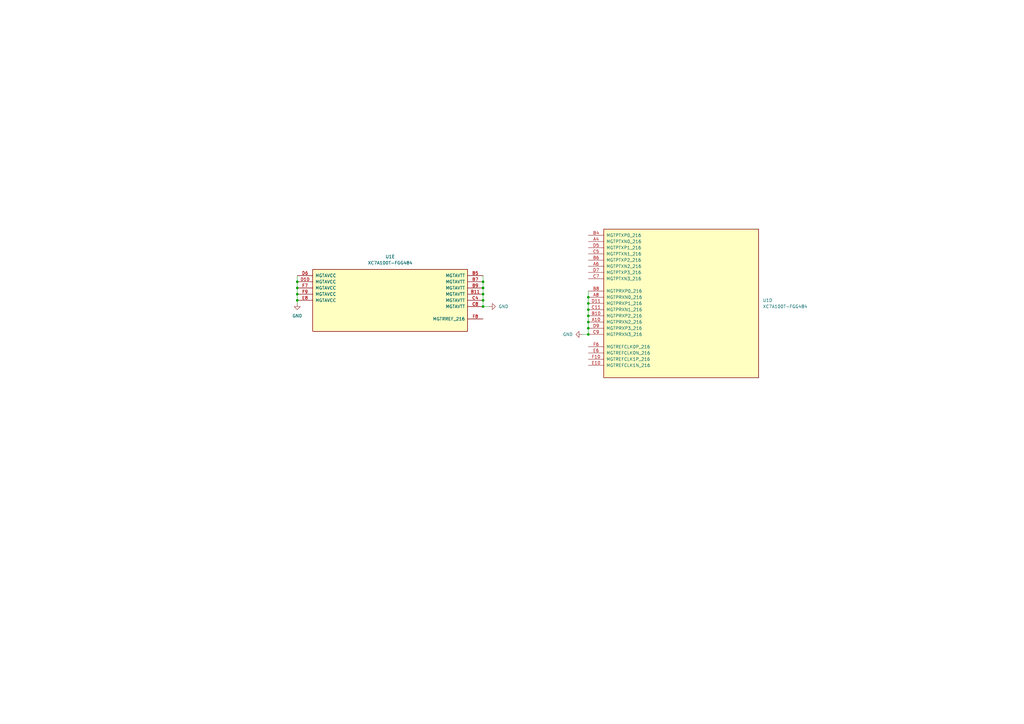
<source format=kicad_sch>
(kicad_sch (version 20231120) (generator "eeschema") (generator_version "8.0")
  (paper "A3")
  (lib_symbols
    (symbol "FPGA_Xilinx_Artix7:XC7A100T-FGG484" (pin_names (offset 1.016))
      (property "Reference" "U" (at 0 1.27 0))
      (property "Value" "XC7A100T-FGG484" (at 0 -1.27 0))
      (symbol "XC7A100T-FGG484_1_1"
        (rectangle (start -44.45 67.31) (end 44.45 -73.66) (stroke (width 0.254)) (fill (type background)))
        (pin bidirectional line (at -50.8 10.16 0) (length 6.35) (name "IO_L9P_T1_DQS_13") (number "AA10"))
        (pin bidirectional line (at -50.8 7.62 0) (length 6.35) (name "IO_L9N_T1_DQS_13") (number "AA11"))
        (pin bidirectional line (at -50.8 40.64 0) (length 6.35) (name "IO_L3P_T0_DQS_13") (number "AA13"))
        (pin bidirectional line (at -50.8 27.94 0) (length 6.35) (name "IO_L5N_T0_13") (number "AA14"))
        (pin bidirectional line (at -50.8 35.56 0) (length 6.35) (name "IO_L4P_T0_13") (number "AA15"))
        (pin bidirectional line (at -50.8 48.26 0) (length 6.35) (name "IO_L1N_T0_13") (number "AA16"))
        (pin power_in line (at -40.64 73.66 270) (length 6.35) (name "VCCO_13") (number "AA17"))
        (pin bidirectional line (at 50.8 -30.48 180) (length 6.35) (name "IO_L17P_T2_A14_D30_14") (number "AA18"))
        (pin bidirectional line (at 50.8 -20.32 180) (length 6.35) (name "IO_L15P_T2_DQS_RDWR_B_14") (number "AA19"))
        (pin bidirectional line (at 50.8 15.24 180) (length 6.35) (name "IO_L8P_T1_D11_14") (number "AA20"))
        (pin bidirectional line (at 50.8 12.7 180) (length 6.35) (name "IO_L8N_T1_D12_14") (number "AA21"))
        (pin bidirectional line (at -50.8 15.24 0) (length 6.35) (name "IO_L8P_T1_13") (number "AA9"))
        (pin bidirectional line (at -50.8 12.7 0) (length 6.35) (name "IO_L8N_T1_13") (number "AB10"))
        (pin bidirectional line (at -50.8 20.32 0) (length 6.35) (name "IO_L7P_T1_13") (number "AB11"))
        (pin bidirectional line (at -50.8 17.78 0) (length 6.35) (name "IO_L7N_T1_13") (number "AB12"))
        (pin bidirectional line (at -50.8 38.1 0) (length 6.35) (name "IO_L3N_T0_DQS_13") (number "AB13"))
        (pin power_in line (at -38.1 73.66 270) (length 6.35) (name "VCCO_13") (number "AB14"))
        (pin bidirectional line (at -50.8 33.02 0) (length 6.35) (name "IO_L4N_T0_13") (number "AB15"))
        (pin bidirectional line (at -50.8 45.72 0) (length 6.35) (name "IO_L2P_T0_13") (number "AB16"))
        (pin bidirectional line (at -50.8 43.18 0) (length 6.35) (name "IO_L2N_T0_13") (number "AB17"))
        (pin bidirectional line (at 50.8 -33.02 180) (length 6.35) (name "IO_L17N_T2_A13_D29_14") (number "AB18"))
        (pin bidirectional line (at 50.8 -22.86 180) (length 6.35) (name "IO_L15N_T2_DQS_DOUT_CSO_B_14") (number "AB20"))
        (pin bidirectional line (at 50.8 5.08 180) (length 6.35) (name "IO_L10P_T1_D14_14") (number "AB21"))
        (pin bidirectional line (at 50.8 2.54 180) (length 6.35) (name "IO_L10N_T1_D15_14") (number "AB22"))
        (pin power_in line (at 27.94 73.66 270) (length 6.35) (name "VCCO_14") (number "M14"))
        (pin bidirectional line (at 50.8 -60.96 180) (length 6.35) (name "IO_L23P_T3_A03_D19_14") (number "N13"))
        (pin bidirectional line (at 50.8 -63.5 180) (length 6.35) (name "IO_L23N_T3_A02_D18_14") (number "N14"))
        (pin bidirectional line (at 50.8 -71.12 180) (length 6.35) (name "IO_25_14") (number "N15"))
        (pin bidirectional line (at 50.8 -50.8 180) (length 6.35) (name "IO_L21P_T3_DQS_14") (number "N17"))
        (pin bidirectional line (at 50.8 -40.64 180) (length 6.35) (name "IO_L19P_T3_A10_D26_14") (number "P14"))
        (pin bidirectional line (at 50.8 -55.88 180) (length 6.35) (name "IO_L22P_T3_A05_D21_14") (number "P15"))
        (pin bidirectional line (at 50.8 -66.04 180) (length 6.35) (name "IO_L24P_T3_A01_D17_14") (number "P16"))
        (pin bidirectional line (at 50.8 -53.34 180) (length 6.35) (name "IO_L21N_T3_DQS_A06_D22_14") (number "P17"))
        (pin power_in line (at 30.48 73.66 270) (length 6.35) (name "VCCO_14") (number "P18"))
        (pin bidirectional line (at 50.8 30.48 180) (length 6.35) (name "IO_L5P_T0_D06_14") (number "P19"))
        (pin bidirectional line (at 50.8 53.34 180) (length 6.35) (name "IO_0_14") (number "P20"))
        (pin bidirectional line (at 50.8 45.72 180) (length 6.35) (name "IO_L2P_T0_D02_14") (number "P21"))
        (pin bidirectional line (at 50.8 50.8 180) (length 6.35) (name "IO_L1P_T0_D00_MOSI_14") (number "P22"))
        (pin bidirectional line (at 50.8 -43.18 180) (length 6.35) (name "IO_L19N_T3_A09_D25_VREF_14") (number "R14"))
        (pin power_in line (at 33.02 73.66 270) (length 6.35) (name "VCCO_14") (number "R15"))
        (pin bidirectional line (at 50.8 -58.42 180) (length 6.35) (name "IO_L22N_T3_A04_D20_14") (number "R16"))
        (pin bidirectional line (at 50.8 -68.58 180) (length 6.35) (name "IO_L24N_T3_A00_D16_14") (number "R17"))
        (pin bidirectional line (at 50.8 -45.72 180) (length 6.35) (name "IO_L20P_T3_A08_D24_14") (number "R18"))
        (pin bidirectional line (at 50.8 27.94 180) (length 6.35) (name "IO_L5N_T0_D07_14") (number "R19"))
        (pin bidirectional line (at 50.8 43.18 180) (length 6.35) (name "IO_L2N_T0_D03_14") (number "R21"))
        (pin bidirectional line (at 50.8 48.26 180) (length 6.35) (name "IO_L1N_T0_D01_DIN_14") (number "R22"))
        (pin bidirectional line (at -50.8 -20.32 0) (length 6.35) (name "IO_L15P_T2_DQS_13") (number "T14"))
        (pin bidirectional line (at -50.8 -22.86 0) (length 6.35) (name "IO_L15N_T2_DQS_13") (number "T15"))
        (pin bidirectional line (at -50.8 -30.48 0) (length 6.35) (name "IO_L17P_T2_13") (number "T16"))
        (pin bidirectional line (at 50.8 -48.26 180) (length 6.35) (name "IO_L20N_T3_A07_D23_14") (number "T18"))
        (pin bidirectional line (at 50.8 25.4 180) (length 6.35) (name "IO_L6P_T0_FCS_B_14") (number "T19"))
        (pin bidirectional line (at 50.8 22.86 180) (length 6.35) (name "IO_L6N_T0_D08_VREF_14") (number "T20"))
        (pin bidirectional line (at 50.8 35.56 180) (length 6.35) (name "IO_L4P_T0_D04_14") (number "T21"))
        (pin power_in line (at 35.56 73.66 270) (length 6.35) (name "VCCO_14") (number "T22"))
        (pin bidirectional line (at -50.8 -15.24 0) (length 6.35) (name "IO_L14P_T2_SRCC_13") (number "U15"))
        (pin bidirectional line (at -50.8 -33.02 0) (length 6.35) (name "IO_L17N_T2_13") (number "U16"))
        (pin bidirectional line (at 50.8 -35.56 180) (length 6.35) (name "IO_L18P_T2_A12_D28_14") (number "U17"))
        (pin bidirectional line (at 50.8 -38.1 180) (length 6.35) (name "IO_L18N_T2_A11_D27_14") (number "U18"))
        (pin power_in line (at 38.1 73.66 270) (length 6.35) (name "VCCO_14") (number "U19"))
        (pin bidirectional line (at 50.8 0 180) (length 6.35) (name "IO_L11P_T1_SRCC_14") (number "U20"))
        (pin bidirectional line (at 50.8 33.02 180) (length 6.35) (name "IO_L4N_T0_D05_14") (number "U21"))
        (pin bidirectional line (at 50.8 40.64 180) (length 6.35) (name "IO_L3P_T0_DQS_PUDC_B_14") (number "U22"))
        (pin bidirectional line (at -50.8 5.08 0) (length 6.35) (name "IO_L10P_T1_13") (number "V10"))
        (pin bidirectional line (at -50.8 -10.16 0) (length 6.35) (name "IO_L13P_T2_MRCC_13") (number "V13"))
        (pin bidirectional line (at -50.8 -12.7 0) (length 6.35) (name "IO_L13N_T2_MRCC_13") (number "V14"))
        (pin bidirectional line (at -50.8 -17.78 0) (length 6.35) (name "IO_L14N_T2_SRCC_13") (number "V15"))
        (pin power_in line (at -35.56 73.66 270) (length 6.35) (name "VCCO_13") (number "V16"))
        (pin bidirectional line (at 50.8 -25.4 180) (length 6.35) (name "IO_L16P_T2_CSI_B_14") (number "V17"))
        (pin bidirectional line (at 50.8 -15.24 180) (length 6.35) (name "IO_L14P_T2_SRCC_14") (number "V18"))
        (pin bidirectional line (at 50.8 -17.78 180) (length 6.35) (name "IO_L14N_T2_SRCC_14") (number "V19"))
        (pin bidirectional line (at 50.8 -2.54 180) (length 6.35) (name "IO_L11N_T1_SRCC_14") (number "V20"))
        (pin bidirectional line (at 50.8 38.1 180) (length 6.35) (name "IO_L3N_T0_DQS_EMCCLK_14") (number "V22"))
        (pin bidirectional line (at -50.8 2.54 0) (length 6.35) (name "IO_L10N_T1_13") (number "W10"))
        (pin bidirectional line (at -50.8 -5.08 0) (length 6.35) (name "IO_L12P_T1_MRCC_13") (number "W11"))
        (pin bidirectional line (at -50.8 -7.62 0) (length 6.35) (name "IO_L12N_T1_MRCC_13") (number "W12"))
        (pin power_in line (at -33.02 73.66 270) (length 6.35) (name "VCCO_13") (number "W13"))
        (pin bidirectional line (at -50.8 25.4 0) (length 6.35) (name "IO_L6P_T0_13") (number "W14"))
        (pin bidirectional line (at -50.8 -25.4 0) (length 6.35) (name "IO_L16P_T2_13") (number "W15"))
        (pin bidirectional line (at -50.8 -27.94 0) (length 6.35) (name "IO_L16N_T2_13") (number "W16"))
        (pin bidirectional line (at 50.8 -27.94 180) (length 6.35) (name "IO_L16N_T2_A15_D31_14") (number "W17"))
        (pin bidirectional line (at 50.8 -5.08 180) (length 6.35) (name "IO_L12P_T1_MRCC_14") (number "W19"))
        (pin bidirectional line (at 50.8 -7.62 180) (length 6.35) (name "IO_L12N_T1_MRCC_14") (number "W20"))
        (pin bidirectional line (at 50.8 20.32 180) (length 6.35) (name "IO_L7P_T1_D09_14") (number "W21"))
        (pin bidirectional line (at 50.8 17.78 180) (length 6.35) (name "IO_L7N_T1_D10_14") (number "W22"))
        (pin power_in line (at -30.48 73.66 270) (length 6.35) (name "VCCO_13") (number "Y10"))
        (pin bidirectional line (at -50.8 0 0) (length 6.35) (name "IO_L11P_T1_SRCC_13") (number "Y11"))
        (pin bidirectional line (at -50.8 -2.54 0) (length 6.35) (name "IO_L11N_T1_SRCC_13") (number "Y12"))
        (pin bidirectional line (at -50.8 30.48 0) (length 6.35) (name "IO_L5P_T0_13") (number "Y13"))
        (pin bidirectional line (at -50.8 22.86 0) (length 6.35) (name "IO_L6N_T0_VREF_13") (number "Y14"))
        (pin bidirectional line (at -50.8 50.8 0) (length 6.35) (name "IO_L1P_T0_13") (number "Y16"))
        (pin bidirectional line (at -50.8 53.34 0) (length 6.35) (name "IO_0_13") (number "Y17"))
        (pin bidirectional line (at 50.8 -10.16 180) (length 6.35) (name "IO_L13P_T2_MRCC_14") (number "Y18"))
        (pin bidirectional line (at 50.8 -12.7 180) (length 6.35) (name "IO_L13N_T2_MRCC_14") (number "Y19"))
        (pin power_in line (at 40.64 73.66 270) (length 6.35) (name "VCCO_14") (number "Y20"))
        (pin bidirectional line (at 50.8 10.16 180) (length 6.35) (name "IO_L9P_T1_DQS_14") (number "Y21"))
        (pin bidirectional line (at 50.8 7.62 180) (length 6.35) (name "IO_L9N_T1_DQS_D13_14") (number "Y22"))
      )
      (symbol "XC7A100T-FGG484_2_1"
        (rectangle (start -44.45 67.31) (end 44.45 -73.66) (stroke (width 0.254)) (fill (type background)))
        (pin bidirectional line (at 50.8 5.08 180) (length 6.35) (name "IO_L10P_T1_16") (number "A13"))
        (pin bidirectional line (at 50.8 2.54 180) (length 6.35) (name "IO_L10N_T1_16") (number "A14"))
        (pin bidirectional line (at 50.8 10.16 180) (length 6.35) (name "IO_L9P_T1_DQS_16") (number "A15"))
        (pin bidirectional line (at 50.8 7.62 180) (length 6.35) (name "IO_L9N_T1_DQS_16") (number "A16"))
        (pin power_in line (at 27.94 73.66 270) (length 6.35) (name "VCCO_16") (number "A17"))
        (pin bidirectional line (at 50.8 -30.48 180) (length 6.35) (name "IO_L17P_T2_16") (number "A18"))
        (pin bidirectional line (at 50.8 -33.02 180) (length 6.35) (name "IO_L17N_T2_16") (number "A19"))
        (pin bidirectional line (at 50.8 -27.94 180) (length 6.35) (name "IO_L16N_T2_16") (number "A20"))
        (pin bidirectional line (at 50.8 -53.34 180) (length 6.35) (name "IO_L21N_T3_DQS_16") (number "A21"))
        (pin bidirectional line (at 50.8 12.7 180) (length 6.35) (name "IO_L8N_T1_16") (number "B13"))
        (pin power_in line (at 30.48 73.66 270) (length 6.35) (name "VCCO_16") (number "B14"))
        (pin bidirectional line (at 50.8 20.32 180) (length 6.35) (name "IO_L7P_T1_16") (number "B15"))
        (pin bidirectional line (at 50.8 17.78 180) (length 6.35) (name "IO_L7N_T1_16") (number "B16"))
        (pin bidirectional line (at 50.8 0 180) (length 6.35) (name "IO_L11P_T1_SRCC_16") (number "B17"))
        (pin bidirectional line (at 50.8 -2.54 180) (length 6.35) (name "IO_L11N_T1_SRCC_16") (number "B18"))
        (pin bidirectional line (at 50.8 -25.4 180) (length 6.35) (name "IO_L16P_T2_16") (number "B20"))
        (pin bidirectional line (at 50.8 -50.8 180) (length 6.35) (name "IO_L21P_T3_DQS_16") (number "B21"))
        (pin bidirectional line (at 50.8 -48.26 180) (length 6.35) (name "IO_L20N_T3_16") (number "B22"))
        (pin bidirectional line (at 50.8 15.24 180) (length 6.35) (name "IO_L8P_T1_16") (number "C13"))
        (pin bidirectional line (at 50.8 40.64 180) (length 6.35) (name "IO_L3P_T0_DQS_16") (number "C14"))
        (pin bidirectional line (at 50.8 38.1 180) (length 6.35) (name "IO_L3N_T0_DQS_16") (number "C15"))
        (pin bidirectional line (at 50.8 -7.62 180) (length 6.35) (name "IO_L12N_T1_MRCC_16") (number "C17"))
        (pin bidirectional line (at 50.8 -10.16 180) (length 6.35) (name "IO_L13P_T2_MRCC_16") (number "C18"))
        (pin bidirectional line (at 50.8 -12.7 180) (length 6.35) (name "IO_L13N_T2_MRCC_16") (number "C19"))
        (pin bidirectional line (at 50.8 -43.18 180) (length 6.35) (name "IO_L19N_T3_VREF_16") (number "C20"))
        (pin power_in line (at 33.02 73.66 270) (length 6.35) (name "VCCO_16") (number "C21"))
        (pin bidirectional line (at 50.8 -45.72 180) (length 6.35) (name "IO_L20P_T3_16") (number "C22"))
        (pin bidirectional line (at 50.8 25.4 180) (length 6.35) (name "IO_L6P_T0_16") (number "D14"))
        (pin bidirectional line (at 50.8 22.86 180) (length 6.35) (name "IO_L6N_T0_VREF_16") (number "D15"))
        (pin bidirectional line (at 50.8 27.94 180) (length 6.35) (name "IO_L5N_T0_16") (number "D16"))
        (pin bidirectional line (at 50.8 -5.08 180) (length 6.35) (name "IO_L12P_T1_MRCC_16") (number "D17"))
        (pin power_in line (at 35.56 73.66 270) (length 6.35) (name "VCCO_16") (number "D18"))
        (pin bidirectional line (at 50.8 -17.78 180) (length 6.35) (name "IO_L14N_T2_SRCC_16") (number "D19"))
        (pin bidirectional line (at 50.8 -40.64 180) (length 6.35) (name "IO_L19P_T3_16") (number "D20"))
        (pin bidirectional line (at 50.8 -63.5 180) (length 6.35) (name "IO_L23N_T3_16") (number "D21"))
        (pin bidirectional line (at 50.8 -58.42 180) (length 6.35) (name "IO_L22N_T3_16") (number "D22"))
        (pin bidirectional line (at 50.8 35.56 180) (length 6.35) (name "IO_L4P_T0_16") (number "E13"))
        (pin bidirectional line (at 50.8 33.02 180) (length 6.35) (name "IO_L4N_T0_16") (number "E14"))
        (pin power_in line (at 38.1 73.66 270) (length 6.35) (name "VCCO_16") (number "E15"))
        (pin bidirectional line (at 50.8 30.48 180) (length 6.35) (name "IO_L5P_T0_16") (number "E16"))
        (pin bidirectional line (at 50.8 43.18 180) (length 6.35) (name "IO_L2N_T0_16") (number "E17"))
        (pin bidirectional line (at 50.8 -22.86 180) (length 6.35) (name "IO_L15N_T2_DQS_16") (number "E18"))
        (pin bidirectional line (at 50.8 -15.24 180) (length 6.35) (name "IO_L14P_T2_SRCC_16") (number "E19"))
        (pin bidirectional line (at 50.8 -60.96 180) (length 6.35) (name "IO_L23P_T3_16") (number "E21"))
        (pin bidirectional line (at 50.8 -55.88 180) (length 6.35) (name "IO_L22P_T3_16") (number "E22"))
        (pin bidirectional line (at 50.8 50.8 180) (length 6.35) (name "IO_L1P_T0_16") (number "F13"))
        (pin bidirectional line (at 50.8 48.26 180) (length 6.35) (name "IO_L1N_T0_16") (number "F14"))
        (pin bidirectional line (at 50.8 53.34 180) (length 6.35) (name "IO_0_16") (number "F15"))
        (pin bidirectional line (at 50.8 45.72 180) (length 6.35) (name "IO_L2P_T0_16") (number "F16"))
        (pin bidirectional line (at 50.8 -20.32 180) (length 6.35) (name "IO_L15P_T2_DQS_16") (number "F18"))
        (pin bidirectional line (at 50.8 -35.56 180) (length 6.35) (name "IO_L18P_T2_16") (number "F19"))
        (pin bidirectional line (at 50.8 -38.1 180) (length 6.35) (name "IO_L18N_T2_16") (number "F20"))
        (pin bidirectional line (at 50.8 -71.12 180) (length 6.35) (name "IO_25_16") (number "F21"))
        (pin power_in line (at 40.64 73.66 270) (length 6.35) (name "VCCO_16") (number "F22"))
        (pin bidirectional line (at -50.8 48.26 0) (length 6.35) (name "IO_L1N_T0_AD0N_15") (number "G13"))
        (pin bidirectional line (at -50.8 45.72 0) (length 6.35) (name "IO_L2P_T0_AD8P_15") (number "G15"))
        (pin bidirectional line (at -50.8 43.18 0) (length 6.35) (name "IO_L2N_T0_AD8N_15") (number "G16"))
        (pin bidirectional line (at -50.8 35.56 0) (length 6.35) (name "IO_L4P_T0_15") (number "G17"))
        (pin bidirectional line (at -50.8 33.02 0) (length 6.35) (name "IO_L4N_T0_15") (number "G18"))
        (pin power_in line (at -40.64 73.66 270) (length 6.35) (name "VCCO_15") (number "G19"))
        (pin bidirectional line (at -50.8 12.7 0) (length 6.35) (name "IO_L8N_T1_AD10N_15") (number "G20"))
        (pin bidirectional line (at 50.8 -66.04 180) (length 6.35) (name "IO_L24P_T3_16") (number "G21"))
        (pin bidirectional line (at 50.8 -68.58 180) (length 6.35) (name "IO_L24N_T3_16") (number "G22"))
        (pin bidirectional line (at -50.8 50.8 0) (length 6.35) (name "IO_L1P_T0_AD0P_15") (number "H13"))
        (pin bidirectional line (at -50.8 38.1 0) (length 6.35) (name "IO_L3N_T0_DQS_AD1N_15") (number "H14"))
        (pin bidirectional line (at -50.8 27.94 0) (length 6.35) (name "IO_L5N_T0_AD9N_15") (number "H15"))
        (pin power_in line (at -38.1 73.66 270) (length 6.35) (name "VCCO_15") (number "H16"))
        (pin bidirectional line (at -50.8 25.4 0) (length 6.35) (name "IO_L6P_T0_15") (number "H17"))
        (pin bidirectional line (at -50.8 22.86 0) (length 6.35) (name "IO_L6N_T0_VREF_15") (number "H18"))
        (pin bidirectional line (at -50.8 -7.62 0) (length 6.35) (name "IO_L12N_T1_MRCC_15") (number "H19"))
        (pin bidirectional line (at -50.8 15.24 0) (length 6.35) (name "IO_L8P_T1_AD10P_15") (number "H20"))
        (pin bidirectional line (at -50.8 17.78 0) (length 6.35) (name "IO_L7N_T1_AD2N_15") (number "H22"))
        (pin power_in line (at -35.56 73.66 270) (length 6.35) (name "VCCO_15") (number "J13"))
        (pin bidirectional line (at -50.8 40.64 0) (length 6.35) (name "IO_L3P_T0_DQS_AD1P_15") (number "J14"))
        (pin bidirectional line (at -50.8 30.48 0) (length 6.35) (name "IO_L5P_T0_AD9P_15") (number "J15"))
        (pin bidirectional line (at -50.8 53.34 0) (length 6.35) (name "IO_0_15") (number "J16"))
        (pin bidirectional line (at -50.8 -53.34 0) (length 6.35) (name "IO_L21N_T3_DQS_A18_15") (number "J17"))
        (pin bidirectional line (at -50.8 -5.08 0) (length 6.35) (name "IO_L12P_T1_MRCC_15") (number "J19"))
        (pin bidirectional line (at -50.8 0 0) (length 6.35) (name "IO_L11P_T1_SRCC_15") (number "J20"))
        (pin bidirectional line (at -50.8 -2.54 0) (length 6.35) (name "IO_L11N_T1_SRCC_15") (number "J21"))
        (pin bidirectional line (at -50.8 20.32 0) (length 6.35) (name "IO_L7P_T1_AD2P_15") (number "J22"))
        (pin bidirectional line (at -50.8 -40.64 0) (length 6.35) (name "IO_L19P_T3_A22_15") (number "K13"))
        (pin bidirectional line (at -50.8 -43.18 0) (length 6.35) (name "IO_L19N_T3_A21_VREF_15") (number "K14"))
        (pin bidirectional line (at -50.8 -63.5 0) (length 6.35) (name "IO_L23N_T3_FWE_B_15") (number "K16"))
        (pin bidirectional line (at -50.8 -50.8 0) (length 6.35) (name "IO_L21P_T3_DQS_15") (number "K17"))
        (pin bidirectional line (at -50.8 -10.16 0) (length 6.35) (name "IO_L13P_T2_MRCC_15") (number "K18"))
        (pin bidirectional line (at -50.8 -12.7 0) (length 6.35) (name "IO_L13N_T2_MRCC_15") (number "K19"))
        (pin power_in line (at -33.02 73.66 270) (length 6.35) (name "VCCO_15") (number "K20"))
        (pin bidirectional line (at -50.8 10.16 0) (length 6.35) (name "IO_L9P_T1_DQS_AD3P_15") (number "K21"))
        (pin bidirectional line (at -50.8 7.62 0) (length 6.35) (name "IO_L9N_T1_DQS_AD3N_15") (number "K22"))
        (pin bidirectional line (at -50.8 -48.26 0) (length 6.35) (name "IO_L20N_T3_A19_15") (number "L13"))
        (pin bidirectional line (at -50.8 -55.88 0) (length 6.35) (name "IO_L22P_T3_A17_15") (number "L14"))
        (pin bidirectional line (at -50.8 -58.42 0) (length 6.35) (name "IO_L22N_T3_A16_15") (number "L15"))
        (pin bidirectional line (at -50.8 -60.96 0) (length 6.35) (name "IO_L23P_T3_FOE_B_15") (number "L16"))
        (pin power_in line (at -30.48 73.66 270) (length 6.35) (name "VCCO_15") (number "L17"))
        (pin bidirectional line (at -50.8 -27.94 0) (length 6.35) (name "IO_L16N_T2_A27_15") (number "L18"))
        (pin bidirectional line (at -50.8 -15.24 0) (length 6.35) (name "IO_L14P_T2_SRCC_15") (number "L19"))
        (pin bidirectional line (at -50.8 -17.78 0) (length 6.35) (name "IO_L14N_T2_SRCC_15") (number "L20"))
        (pin bidirectional line (at -50.8 2.54 0) (length 6.35) (name "IO_L10N_T1_AD11N_15") (number "L21"))
        (pin bidirectional line (at -50.8 -45.72 0) (length 6.35) (name "IO_L20P_T3_A20_15") (number "M13"))
        (pin bidirectional line (at -50.8 -66.04 0) (length 6.35) (name "IO_L24P_T3_RS1_15") (number "M15"))
        (pin bidirectional line (at -50.8 -68.58 0) (length 6.35) (name "IO_L24N_T3_RS0_15") (number "M16"))
        (pin bidirectional line (at -50.8 -71.12 0) (length 6.35) (name "IO_25_15") (number "M17"))
        (pin bidirectional line (at -50.8 -25.4 0) (length 6.35) (name "IO_L16P_T2_A28_15") (number "M18"))
        (pin bidirectional line (at -50.8 -38.1 0) (length 6.35) (name "IO_L18N_T2_A23_15") (number "M20"))
        (pin bidirectional line (at -50.8 5.08 0) (length 6.35) (name "IO_L10P_T1_AD11P_15") (number "M21"))
        (pin bidirectional line (at -50.8 -22.86 0) (length 6.35) (name "IO_L15N_T2_DQS_ADV_B_15") (number "M22"))
        (pin bidirectional line (at -50.8 -30.48 0) (length 6.35) (name "IO_L17P_T2_A26_15") (number "N18"))
        (pin bidirectional line (at -50.8 -33.02 0) (length 6.35) (name "IO_L17N_T2_A25_15") (number "N19"))
        (pin bidirectional line (at -50.8 -35.56 0) (length 6.35) (name "IO_L18P_T2_A24_15") (number "N20"))
        (pin power_in line (at -27.94 73.66 270) (length 6.35) (name "VCCO_15") (number "N21"))
        (pin bidirectional line (at -50.8 -20.32 0) (length 6.35) (name "IO_L15P_T2_DQS_15") (number "N22"))
      )
      (symbol "XC7A100T-FGG484_3_1"
        (rectangle (start -44.45 67.31) (end 44.45 -73.66) (stroke (width 0.254)) (fill (type background)))
        (pin bidirectional line (at 50.8 48.26 180) (length 6.35) (name "IO_L1N_T0_AD4N_35") (number "A1"))
        (pin bidirectional line (at -50.8 20.32 0) (length 6.35) (name "IO_L7P_T1_34") (number "AA1"))
        (pin bidirectional line (at -50.8 7.62 0) (length 6.35) (name "IO_L9N_T1_DQS_34") (number "AA3"))
        (pin bidirectional line (at -50.8 -2.54 0) (length 6.35) (name "IO_L11N_T1_SRCC_34") (number "AA4"))
        (pin bidirectional line (at -50.8 5.08 0) (length 6.35) (name "IO_L10P_T1_34") (number "AA5"))
        (pin bidirectional line (at -50.8 -38.1 0) (length 6.35) (name "IO_L18N_T2_34") (number "AA6"))
        (pin power_in line (at -40.64 73.66 270) (length 6.35) (name "VCCO_34") (number "AA7"))
        (pin bidirectional line (at -50.8 -55.88 0) (length 6.35) (name "IO_L22P_T3_34") (number "AA8"))
        (pin bidirectional line (at -50.8 17.78 0) (length 6.35) (name "IO_L7N_T1_34") (number "AB1"))
        (pin bidirectional line (at -50.8 12.7 0) (length 6.35) (name "IO_L8N_T1_34") (number "AB2"))
        (pin bidirectional line (at -50.8 15.24 0) (length 6.35) (name "IO_L8P_T1_34") (number "AB3"))
        (pin power_in line (at -38.1 73.66 270) (length 6.35) (name "VCCO_34") (number "AB4"))
        (pin bidirectional line (at -50.8 2.54 0) (length 6.35) (name "IO_L10N_T1_34") (number "AB5"))
        (pin bidirectional line (at -50.8 -48.26 0) (length 6.35) (name "IO_L20N_T3_34") (number "AB6"))
        (pin bidirectional line (at -50.8 -45.72 0) (length 6.35) (name "IO_L20P_T3_34") (number "AB7"))
        (pin bidirectional line (at -50.8 -58.42 0) (length 6.35) (name "IO_L22N_T3_34") (number "AB8"))
        (pin bidirectional line (at 50.8 50.8 180) (length 6.35) (name "IO_L1P_T0_AD4P_35") (number "B1"))
        (pin bidirectional line (at 50.8 43.18 180) (length 6.35) (name "IO_L2N_T0_AD12N_35") (number "B2"))
        (pin power_in line (at 27.94 73.66 270) (length 6.35) (name "VCCO_35") (number "C1"))
        (pin bidirectional line (at 50.8 45.72 180) (length 6.35) (name "IO_L2P_T0_AD12P_35") (number "C2"))
        (pin bidirectional line (at 50.8 38.1 180) (length 6.35) (name "IO_L3N_T0_DQS_AD5N_35") (number "D1"))
        (pin bidirectional line (at 50.8 33.02 180) (length 6.35) (name "IO_L4N_T0_35") (number "D2"))
        (pin bidirectional line (at 50.8 40.64 180) (length 6.35) (name "IO_L3P_T0_DQS_AD5P_35") (number "E1"))
        (pin bidirectional line (at 50.8 35.56 180) (length 6.35) (name "IO_L4P_T0_35") (number "E2"))
        (pin bidirectional line (at 50.8 22.86 180) (length 6.35) (name "IO_L6N_T0_VREF_35") (number "E3"))
        (pin bidirectional line (at 50.8 27.94 180) (length 6.35) (name "IO_L5N_T0_AD13N_35") (number "F1"))
        (pin power_in line (at 30.48 73.66 270) (length 6.35) (name "VCCO_35") (number "F2"))
        (pin bidirectional line (at 50.8 25.4 180) (length 6.35) (name "IO_L6P_T0_35") (number "F3"))
        (pin bidirectional line (at 50.8 53.34 180) (length 6.35) (name "IO_0_35") (number "F4"))
        (pin bidirectional line (at 50.8 30.48 180) (length 6.35) (name "IO_L5P_T0_AD13P_35") (number "G1"))
        (pin bidirectional line (at 50.8 12.7 180) (length 6.35) (name "IO_L8N_T1_AD14N_35") (number "G2"))
        (pin bidirectional line (at 50.8 -2.54 180) (length 6.35) (name "IO_L11N_T1_SRCC_35") (number "G3"))
        (pin bidirectional line (at 50.8 -7.62 180) (length 6.35) (name "IO_L12N_T1_MRCC_35") (number "G4"))
        (pin bidirectional line (at 50.8 15.24 180) (length 6.35) (name "IO_L8P_T1_AD14P_35") (number "H2"))
        (pin bidirectional line (at 50.8 0 180) (length 6.35) (name "IO_L11P_T1_SRCC_35") (number "H3"))
        (pin bidirectional line (at 50.8 -5.08 180) (length 6.35) (name "IO_L12P_T1_MRCC_35") (number "H4"))
        (pin bidirectional line (at 50.8 2.54 180) (length 6.35) (name "IO_L10N_T1_AD15N_35") (number "H5"))
        (pin power_in line (at 33.02 73.66 270) (length 6.35) (name "VCCO_35") (number "H6"))
        (pin bidirectional line (at 50.8 17.78 180) (length 6.35) (name "IO_L7N_T1_AD6N_35") (number "J1"))
        (pin bidirectional line (at 50.8 7.62 180) (length 6.35) (name "IO_L9N_T1_DQS_AD7N_35") (number "J2"))
        (pin power_in line (at 35.56 73.66 270) (length 6.35) (name "VCCO_35") (number "J3"))
        (pin bidirectional line (at 50.8 -12.7 180) (length 6.35) (name "IO_L13N_T2_MRCC_35") (number "J4"))
        (pin bidirectional line (at 50.8 5.08 180) (length 6.35) (name "IO_L10P_T1_AD15P_35") (number "J5"))
        (pin bidirectional line (at 50.8 -33.02 180) (length 6.35) (name "IO_L17N_T2_35") (number "J6"))
        (pin bidirectional line (at 50.8 20.32 180) (length 6.35) (name "IO_L7P_T1_AD6P_35") (number "K1"))
        (pin bidirectional line (at 50.8 10.16 180) (length 6.35) (name "IO_L9P_T1_DQS_AD7P_35") (number "K2"))
        (pin bidirectional line (at 50.8 -17.78 180) (length 6.35) (name "IO_L14N_T2_SRCC_35") (number "K3"))
        (pin bidirectional line (at 50.8 -10.16 180) (length 6.35) (name "IO_L13P_T2_MRCC_35") (number "K4"))
        (pin bidirectional line (at 50.8 -30.48 180) (length 6.35) (name "IO_L17P_T2_35") (number "K6"))
        (pin bidirectional line (at 50.8 -22.86 180) (length 6.35) (name "IO_L15N_T2_DQS_35") (number "L1"))
        (pin bidirectional line (at 50.8 -15.24 180) (length 6.35) (name "IO_L14P_T2_SRCC_35") (number "L3"))
        (pin bidirectional line (at 50.8 -38.1 180) (length 6.35) (name "IO_L18N_T2_35") (number "L4"))
        (pin bidirectional line (at 50.8 -35.56 180) (length 6.35) (name "IO_L18P_T2_35") (number "L5"))
        (pin bidirectional line (at 50.8 -71.12 180) (length 6.35) (name "IO_25_35") (number "L6"))
        (pin bidirectional line (at 50.8 -20.32 180) (length 6.35) (name "IO_L15P_T2_DQS_35") (number "M1"))
        (pin bidirectional line (at 50.8 -27.94 180) (length 6.35) (name "IO_L16N_T2_35") (number "M2"))
        (pin bidirectional line (at 50.8 -25.4 180) (length 6.35) (name "IO_L16P_T2_35") (number "M3"))
        (pin power_in line (at 38.1 73.66 270) (length 6.35) (name "VCCO_35") (number "M4"))
        (pin bidirectional line (at 50.8 -63.5 180) (length 6.35) (name "IO_L23N_T3_35") (number "M5"))
        (pin bidirectional line (at 50.8 -60.96 180) (length 6.35) (name "IO_L23P_T3_35") (number "M6"))
        (pin power_in line (at 40.64 73.66 270) (length 6.35) (name "VCCO_35") (number "N1"))
        (pin bidirectional line (at 50.8 -58.42 180) (length 6.35) (name "IO_L22N_T3_35") (number "N2"))
        (pin bidirectional line (at 50.8 -43.18 180) (length 6.35) (name "IO_L19N_T3_VREF_35") (number "N3"))
        (pin bidirectional line (at 50.8 -40.64 180) (length 6.35) (name "IO_L19P_T3_35") (number "N4"))
        (pin bidirectional line (at 50.8 -68.58 180) (length 6.35) (name "IO_L24N_T3_35") (number "N5"))
        (pin bidirectional line (at 50.8 -48.26 180) (length 6.35) (name "IO_L20N_T3_35") (number "P1"))
        (pin bidirectional line (at 50.8 -55.88 180) (length 6.35) (name "IO_L22P_T3_35") (number "P2"))
        (pin bidirectional line (at 50.8 -53.34 180) (length 6.35) (name "IO_L21N_T3_DQS_35") (number "P4"))
        (pin bidirectional line (at 50.8 -50.8 180) (length 6.35) (name "IO_L21P_T3_DQS_35") (number "P5"))
        (pin bidirectional line (at 50.8 -66.04 180) (length 6.35) (name "IO_L24P_T3_35") (number "P6"))
        (pin bidirectional line (at 50.8 -45.72 180) (length 6.35) (name "IO_L20P_T3_35") (number "R1"))
        (pin bidirectional line (at -50.8 38.1 0) (length 6.35) (name "IO_L3N_T0_DQS_34") (number "R2"))
        (pin bidirectional line (at -50.8 40.64 0) (length 6.35) (name "IO_L3P_T0_DQS_34") (number "R3"))
        (pin bidirectional line (at -50.8 -10.16 0) (length 6.35) (name "IO_L13P_T2_MRCC_34") (number "R4"))
        (pin power_in line (at -35.56 73.66 270) (length 6.35) (name "VCCO_34") (number "R5"))
        (pin bidirectional line (at -50.8 -30.48 0) (length 6.35) (name "IO_L17P_T2_34") (number "R6"))
        (pin bidirectional line (at -50.8 50.8 0) (length 6.35) (name "IO_L1P_T0_34") (number "T1"))
        (pin power_in line (at -33.02 73.66 270) (length 6.35) (name "VCCO_34") (number "T2"))
        (pin bidirectional line (at -50.8 53.34 0) (length 6.35) (name "IO_0_34") (number "T3"))
        (pin bidirectional line (at -50.8 -12.7 0) (length 6.35) (name "IO_L13N_T2_MRCC_34") (number "T4"))
        (pin bidirectional line (at -50.8 -15.24 0) (length 6.35) (name "IO_L14P_T2_SRCC_34") (number "T5"))
        (pin bidirectional line (at -50.8 -33.02 0) (length 6.35) (name "IO_L17N_T2_34") (number "T6"))
        (pin bidirectional line (at -50.8 48.26 0) (length 6.35) (name "IO_L1N_T0_34") (number "U1"))
        (pin bidirectional line (at -50.8 45.72 0) (length 6.35) (name "IO_L2P_T0_34") (number "U2"))
        (pin bidirectional line (at -50.8 25.4 0) (length 6.35) (name "IO_L6P_T0_34") (number "U3"))
        (pin bidirectional line (at -50.8 -17.78 0) (length 6.35) (name "IO_L14N_T2_SRCC_34") (number "U5"))
        (pin bidirectional line (at -50.8 -25.4 0) (length 6.35) (name "IO_L16P_T2_34") (number "U6"))
        (pin bidirectional line (at -50.8 -71.12 0) (length 6.35) (name "IO_25_34") (number "U7"))
        (pin bidirectional line (at -50.8 43.18 0) (length 6.35) (name "IO_L2N_T0_34") (number "V2"))
        (pin bidirectional line (at -50.8 22.86 0) (length 6.35) (name "IO_L6N_T0_VREF_34") (number "V3"))
        (pin bidirectional line (at -50.8 -5.08 0) (length 6.35) (name "IO_L12P_T1_MRCC_34") (number "V4"))
        (pin bidirectional line (at -50.8 -27.94 0) (length 6.35) (name "IO_L16N_T2_34") (number "V5"))
        (pin power_in line (at -30.48 73.66 270) (length 6.35) (name "VCCO_34") (number "V6"))
        (pin bidirectional line (at -50.8 -40.64 0) (length 6.35) (name "IO_L19P_T3_34") (number "V7"))
        (pin bidirectional line (at -50.8 -53.34 0) (length 6.35) (name "IO_L21N_T3_DQS_34") (number "V8"))
        (pin bidirectional line (at -50.8 -50.8 0) (length 6.35) (name "IO_L21P_T3_DQS_34") (number "V9"))
        (pin bidirectional line (at -50.8 30.48 0) (length 6.35) (name "IO_L5P_T0_34") (number "W1"))
        (pin bidirectional line (at -50.8 35.56 0) (length 6.35) (name "IO_L4P_T0_34") (number "W2"))
        (pin power_in line (at -27.94 73.66 270) (length 6.35) (name "VCCO_34") (number "W3"))
        (pin bidirectional line (at -50.8 -7.62 0) (length 6.35) (name "IO_L12N_T1_MRCC_34") (number "W4"))
        (pin bidirectional line (at -50.8 -22.86 0) (length 6.35) (name "IO_L15N_T2_DQS_34") (number "W5"))
        (pin bidirectional line (at -50.8 -20.32 0) (length 6.35) (name "IO_L15P_T2_DQS_34") (number "W6"))
        (pin bidirectional line (at -50.8 -43.18 0) (length 6.35) (name "IO_L19N_T3_VREF_34") (number "W7"))
        (pin bidirectional line (at -50.8 -66.04 0) (length 6.35) (name "IO_L24P_T3_34") (number "W9"))
        (pin bidirectional line (at -50.8 27.94 0) (length 6.35) (name "IO_L5N_T0_34") (number "Y1"))
        (pin bidirectional line (at -50.8 33.02 0) (length 6.35) (name "IO_L4N_T0_34") (number "Y2"))
        (pin bidirectional line (at -50.8 10.16 0) (length 6.35) (name "IO_L9P_T1_DQS_34") (number "Y3"))
        (pin bidirectional line (at -50.8 0 0) (length 6.35) (name "IO_L11P_T1_SRCC_34") (number "Y4"))
        (pin bidirectional line (at -50.8 -35.56 0) (length 6.35) (name "IO_L18P_T2_34") (number "Y6"))
        (pin bidirectional line (at -50.8 -63.5 0) (length 6.35) (name "IO_L23N_T3_34") (number "Y7"))
        (pin bidirectional line (at -50.8 -60.96 0) (length 6.35) (name "IO_L23P_T3_34") (number "Y8"))
        (pin bidirectional line (at -50.8 -68.58 0) (length 6.35) (name "IO_L24N_T3_34") (number "Y9"))
      )
      (symbol "XC7A100T-FGG484_4_1"
        (rectangle (start -31.75 30.48) (end 31.75 -30.48) (stroke (width 0.254)) (fill (type background)))
        (pin bidirectional line (at -38.1 -7.62 0) (length 6.35) (name "MGTPRXN2_216") (number "A10"))
        (pin bidirectional line (at -38.1 25.4 0) (length 6.35) (name "MGTPTXN0_216") (number "A4"))
        (pin bidirectional line (at -38.1 15.24 0) (length 6.35) (name "MGTPTXN2_216") (number "A6"))
        (pin bidirectional line (at -38.1 2.54 0) (length 6.35) (name "MGTPRXN0_216") (number "A8"))
        (pin bidirectional line (at -38.1 -5.08 0) (length 6.35) (name "MGTPRXP2_216") (number "B10"))
        (pin bidirectional line (at -38.1 27.94 0) (length 6.35) (name "MGTPTXP0_216") (number "B4"))
        (pin bidirectional line (at -38.1 17.78 0) (length 6.35) (name "MGTPTXP2_216") (number "B6"))
        (pin bidirectional line (at -38.1 5.08 0) (length 6.35) (name "MGTPRXP0_216") (number "B8"))
        (pin bidirectional line (at -38.1 -2.54 0) (length 6.35) (name "MGTPRXN1_216") (number "C11"))
        (pin bidirectional line (at -38.1 20.32 0) (length 6.35) (name "MGTPTXN1_216") (number "C5"))
        (pin bidirectional line (at -38.1 10.16 0) (length 6.35) (name "MGTPTXN3_216") (number "C7"))
        (pin bidirectional line (at -38.1 -12.7 0) (length 6.35) (name "MGTPRXN3_216") (number "C9"))
        (pin bidirectional line (at -38.1 0 0) (length 6.35) (name "MGTPRXP1_216") (number "D11"))
        (pin bidirectional line (at -38.1 22.86 0) (length 6.35) (name "MGTPTXP1_216") (number "D5"))
        (pin bidirectional line (at -38.1 12.7 0) (length 6.35) (name "MGTPTXP3_216") (number "D7"))
        (pin bidirectional line (at -38.1 -10.16 0) (length 6.35) (name "MGTPRXP3_216") (number "D9"))
        (pin bidirectional line (at -38.1 -25.4 0) (length 6.35) (name "MGTREFCLK1N_216") (number "E10"))
        (pin bidirectional line (at -38.1 -20.32 0) (length 6.35) (name "MGTREFCLK0N_216") (number "E6"))
        (pin bidirectional line (at -38.1 -22.86 0) (length 6.35) (name "MGTREFCLK1P_216") (number "F10"))
        (pin bidirectional line (at -38.1 -17.78 0) (length 6.35) (name "MGTREFCLK0P_216") (number "F6"))
      )
      (symbol "XC7A100T-FGG484_5_1"
        (rectangle (start -31.75 12.7) (end 31.75 -12.7) (stroke (width 0.254)) (fill (type background)))
        (pin power_in line (at 38.1 2.54 180) (length 6.35) (name "MGTAVTT") (number "B11"))
        (pin power_in line (at 38.1 10.16 180) (length 6.35) (name "MGTAVTT") (number "B5"))
        (pin power_in line (at 38.1 7.62 180) (length 6.35) (name "MGTAVTT") (number "B7"))
        (pin power_in line (at 38.1 5.08 180) (length 6.35) (name "MGTAVTT") (number "B9"))
        (pin power_in line (at 38.1 0 180) (length 6.35) (name "MGTAVTT") (number "C4"))
        (pin power_in line (at 38.1 -2.54 180) (length 6.35) (name "MGTAVTT") (number "C8"))
        (pin power_in line (at -38.1 7.62 0) (length 6.35) (name "MGTAVCC") (number "D10"))
        (pin power_in line (at -38.1 10.16 0) (length 6.35) (name "MGTAVCC") (number "D6"))
        (pin power_in line (at -38.1 0 0) (length 6.35) (name "MGTAVCC") (number "E8"))
        (pin power_in line (at -38.1 5.08 0) (length 6.35) (name "MGTAVCC") (number "F7"))
        (pin power_in line (at 38.1 -7.62 180) (length 6.35) (name "MGTRREF_216") (number "F8"))
        (pin power_in line (at -38.1 2.54 0) (length 6.35) (name "MGTAVCC") (number "F9"))
      )
      (symbol "XC7A100T-FGG484_6_1"
        (rectangle (start -31.75 34.29) (end 31.75 -40.64) (stroke (width 0.254)) (fill (type background)))
        (pin power_in line (at 25.4 40.64 270) (length 6.35) (name "VCCO_0") (number "F12"))
        (pin bidirectional line (at 38.1 -5.08 180) (length 6.35) (name "DONE_0") (number "G11"))
        (pin bidirectional line (at 38.1 -20.32 180) (length 6.35) (name "VP_0") (number "L10"))
        (pin bidirectional line (at 38.1 7.62 180) (length 6.35) (name "CCLK_0") (number "L12"))
        (pin bidirectional line (at 38.1 -30.48 180) (length 6.35) (name "VREFN_0") (number "L9"))
        (pin bidirectional line (at 38.1 -27.94 180) (length 6.35) (name "VREFP_0") (number "M10"))
        (pin bidirectional line (at 38.1 -22.86 180) (length 6.35) (name "VN_0") (number "M9"))
        (pin bidirectional line (at 38.1 -35.56 180) (length 6.35) (name "DXP_0") (number "N10"))
        (pin bidirectional line (at 38.1 -10.16 180) (length 6.35) (name "PROGRAM_B_0") (number "N12"))
        (pin bidirectional line (at 38.1 -38.1 180) (length 6.35) (name "DXN_0") (number "N9"))
        (pin bidirectional line (at 38.1 20.32 180) (length 6.35) (name "TDI_0") (number "R13"))
        (pin power_in line (at 27.94 40.64 270) (length 6.35) (name "VCCO_0") (number "T12"))
        (pin bidirectional line (at 38.1 15.24 180) (length 6.35) (name "TMS_0") (number "T13"))
        (pin bidirectional line (at 38.1 2.54 180) (length 6.35) (name "M1_0") (number "U10"))
        (pin bidirectional line (at 38.1 5.08 180) (length 6.35) (name "M0_0") (number "U11"))
        (pin bidirectional line (at 38.1 -7.62 180) (length 6.35) (name "INIT_B_0") (number "U12"))
        (pin bidirectional line (at 38.1 17.78 180) (length 6.35) (name "TDO_0") (number "U13"))
        (pin bidirectional line (at 38.1 -15.24 180) (length 6.35) (name "CFGBVS_0") (number "U8"))
        (pin bidirectional line (at 38.1 0 180) (length 6.35) (name "M2_0") (number "U9"))
        (pin bidirectional line (at 38.1 12.7 180) (length 6.35) (name "TCK_0") (number "V12"))
      )
      (symbol "XC7A100T-FGG484_7_1"
        (rectangle (start -19.05 76.2) (end 19.05 -76.2) (stroke (width 0.254)) (fill (type background)))
        (pin power_in line (at -25.4 22.86 0) (length 6.35) (name "GND") (number "A11"))
        (pin power_in line (at -25.4 20.32 0) (length 6.35) (name "GND") (number "A12"))
        (pin power_in line (at -25.4 35.56 0) (length 6.35) (name "GND") (number "A2"))
        (pin power_in line (at -25.4 17.78 0) (length 6.35) (name "GND") (number "A22"))
        (pin power_in line (at -25.4 33.02 0) (length 6.35) (name "GND") (number "A3"))
        (pin power_in line (at -25.4 30.48 0) (length 6.35) (name "GND") (number "A5"))
        (pin power_in line (at -25.4 27.94 0) (length 6.35) (name "GND") (number "A7"))
        (pin power_in line (at -25.4 25.4 0) (length 6.35) (name "GND") (number "A9"))
        (pin power_in line (at 25.4 -66.04 180) (length 6.35) (name "GND") (number "AA12"))
        (pin power_in line (at 25.4 -63.5 180) (length 6.35) (name "GND") (number "AA2"))
        (pin power_in line (at 25.4 -68.58 180) (length 6.35) (name "GND") (number "AA22"))
        (pin power_in line (at 25.4 -73.66 180) (length 6.35) (name "GND") (number "AB19"))
        (pin power_in line (at 25.4 -71.12 180) (length 6.35) (name "GND") (number "AB9"))
        (pin power_in line (at -25.4 12.7 0) (length 6.35) (name "GND") (number "B12"))
        (pin power_in line (at -25.4 10.16 0) (length 6.35) (name "GND") (number "B19"))
        (pin power_in line (at -25.4 15.24 0) (length 6.35) (name "GND") (number "B3"))
        (pin power_in line (at -25.4 2.54 0) (length 6.35) (name "GND") (number "C10"))
        (pin power_in line (at -25.4 0 0) (length 6.35) (name "GND") (number "C12"))
        (pin power_in line (at -25.4 -2.54 0) (length 6.35) (name "GND") (number "C16"))
        (pin power_in line (at -25.4 7.62 0) (length 6.35) (name "GND") (number "C3"))
        (pin power_in line (at -25.4 5.08 0) (length 6.35) (name "GND") (number "C6"))
        (pin power_in line (at -25.4 -12.7 0) (length 6.35) (name "GND") (number "D12"))
        (pin power_in line (at -25.4 -15.24 0) (length 6.35) (name "GND") (number "D13"))
        (pin power_in line (at -25.4 -5.08 0) (length 6.35) (name "GND") (number "D3"))
        (pin power_in line (at -25.4 -7.62 0) (length 6.35) (name "GND") (number "D4"))
        (pin power_in line (at -25.4 -10.16 0) (length 6.35) (name "GND") (number "D8"))
        (pin power_in line (at -25.4 -27.94 0) (length 6.35) (name "GND") (number "E11"))
        (pin power_in line (at -25.4 53.34 0) (length 6.35) (name "VCCBATT_0") (number "E12"))
        (pin power_in line (at -25.4 -30.48 0) (length 6.35) (name "GND") (number "E20"))
        (pin power_in line (at -25.4 -17.78 0) (length 6.35) (name "GND") (number "E4"))
        (pin power_in line (at -25.4 -20.32 0) (length 6.35) (name "GND") (number "E5"))
        (pin power_in line (at -25.4 -22.86 0) (length 6.35) (name "GND") (number "E7"))
        (pin power_in line (at -25.4 -25.4 0) (length 6.35) (name "GND") (number "E9"))
        (pin power_in line (at -25.4 -35.56 0) (length 6.35) (name "GND") (number "F11"))
        (pin power_in line (at -25.4 -38.1 0) (length 6.35) (name "GND") (number "F17"))
        (pin power_in line (at -25.4 -33.02 0) (length 6.35) (name "GND") (number "F5"))
        (pin power_in line (at -25.4 -53.34 0) (length 6.35) (name "GND") (number "G10"))
        (pin power_in line (at -25.4 -55.88 0) (length 6.35) (name "GND") (number "G12"))
        (pin power_in line (at -25.4 -58.42 0) (length 6.35) (name "GND") (number "G14"))
        (pin power_in line (at -25.4 -40.64 0) (length 6.35) (name "GND") (number "G5"))
        (pin power_in line (at -25.4 -43.18 0) (length 6.35) (name "GND") (number "G6"))
        (pin power_in line (at -25.4 -45.72 0) (length 6.35) (name "GND") (number "G7"))
        (pin power_in line (at -25.4 -48.26 0) (length 6.35) (name "GND") (number "G8"))
        (pin power_in line (at -25.4 -50.8 0) (length 6.35) (name "GND") (number "G9"))
        (pin power_in line (at -25.4 -60.96 0) (length 6.35) (name "GND") (number "H1"))
        (pin power_in line (at 25.4 71.12 180) (length 6.35) (name "VCCINT") (number "H10"))
        (pin power_in line (at -25.4 -68.58 0) (length 6.35) (name "GND") (number "H11"))
        (pin power_in line (at -25.4 73.66 0) (length 6.35) (name "VCCAUX") (number "H12"))
        (pin power_in line (at -25.4 -71.12 0) (length 6.35) (name "GND") (number "H21"))
        (pin power_in line (at -25.4 -63.5 0) (length 6.35) (name "GND") (number "H7"))
        (pin power_in line (at 25.4 73.66 180) (length 6.35) (name "VCCINT") (number "H8"))
        (pin power_in line (at -25.4 -66.04 0) (length 6.35) (name "GND") (number "H9"))
        (pin power_in line (at 25.4 33.02 180) (length 6.35) (name "GND") (number "J10"))
        (pin power_in line (at -25.4 50.8 0) (length 6.35) (name "VCCBRAM") (number "J11"))
        (pin power_in line (at 25.4 30.48 180) (length 6.35) (name "GND") (number "J12"))
        (pin power_in line (at 25.4 27.94 180) (length 6.35) (name "GND") (number "J18"))
        (pin power_in line (at 25.4 68.58 180) (length 6.35) (name "VCCINT") (number "J7"))
        (pin power_in line (at -25.4 -73.66 0) (length 6.35) (name "GND") (number "J8"))
        (pin power_in line (at 25.4 66.04 180) (length 6.35) (name "VCCINT") (number "J9"))
        (pin power_in line (at -25.4 55.88 0) (length 6.35) (name "VCCADC_0") (number "K10"))
        (pin power_in line (at 25.4 20.32 180) (length 6.35) (name "GND") (number "K11"))
        (pin power_in line (at -25.4 71.12 0) (length 6.35) (name "VCCAUX") (number "K12"))
        (pin power_in line (at 25.4 17.78 180) (length 6.35) (name "GND") (number "K15"))
        (pin power_in line (at 25.4 25.4 180) (length 6.35) (name "GND") (number "K5"))
        (pin power_in line (at 25.4 22.86 180) (length 6.35) (name "GND") (number "K7"))
        (pin power_in line (at 25.4 63.5 180) (length 6.35) (name "VCCINT") (number "K8"))
        (pin power_in line (at -25.4 58.42 0) (length 6.35) (name "GNDADC_0") (number "K9"))
        (pin power_in line (at -25.4 48.26 0) (length 6.35) (name "VCCBRAM") (number "L11"))
        (pin power_in line (at 25.4 15.24 180) (length 6.35) (name "GND") (number "L2"))
        (pin power_in line (at 25.4 10.16 180) (length 6.35) (name "GND") (number "L22"))
        (pin power_in line (at 25.4 60.96 180) (length 6.35) (name "VCCINT") (number "L7"))
        (pin power_in line (at 25.4 12.7 180) (length 6.35) (name "GND") (number "L8"))
        (pin power_in line (at 25.4 5.08 180) (length 6.35) (name "GND") (number "M11"))
        (pin power_in line (at -25.4 68.58 0) (length 6.35) (name "VCCAUX") (number "M12"))
        (pin power_in line (at 25.4 2.54 180) (length 6.35) (name "GND") (number "M19"))
        (pin power_in line (at 25.4 7.62 180) (length 6.35) (name "GND") (number "M7"))
        (pin power_in line (at 25.4 58.42 180) (length 6.35) (name "VCCINT") (number "M8"))
        (pin power_in line (at -25.4 45.72 0) (length 6.35) (name "VCCBRAM") (number "N11"))
        (pin power_in line (at 25.4 -5.08 180) (length 6.35) (name "GND") (number "N16"))
        (pin power_in line (at 25.4 0 180) (length 6.35) (name "GND") (number "N6"))
        (pin power_in line (at 25.4 55.88 180) (length 6.35) (name "VCCINT") (number "N7"))
        (pin power_in line (at 25.4 -2.54 180) (length 6.35) (name "GND") (number "N8"))
        (pin power_in line (at 25.4 50.8 180) (length 6.35) (name "VCCINT") (number "P10"))
        (pin power_in line (at 25.4 -15.24 180) (length 6.35) (name "GND") (number "P11"))
        (pin power_in line (at -25.4 66.04 0) (length 6.35) (name "VCCAUX") (number "P12"))
        (pin power_in line (at 25.4 -17.78 180) (length 6.35) (name "GND") (number "P13"))
        (pin power_in line (at 25.4 -7.62 180) (length 6.35) (name "GND") (number "P3"))
        (pin power_in line (at 25.4 -10.16 180) (length 6.35) (name "GND") (number "P7"))
        (pin power_in line (at 25.4 53.34 180) (length 6.35) (name "VCCINT") (number "P8"))
        (pin power_in line (at 25.4 -12.7 180) (length 6.35) (name "GND") (number "P9"))
        (pin power_in line (at 25.4 -22.86 180) (length 6.35) (name "GND") (number "R10"))
        (pin power_in line (at -25.4 63.5 0) (length 6.35) (name "VCCAUX") (number "R11"))
        (pin power_in line (at 25.4 -25.4 180) (length 6.35) (name "GND") (number "R12"))
        (pin power_in line (at 25.4 -27.94 180) (length 6.35) (name "GND") (number "R20"))
        (pin power_in line (at 25.4 48.26 180) (length 6.35) (name "VCCINT") (number "R7"))
        (pin power_in line (at 25.4 -20.32 180) (length 6.35) (name "GND") (number "R8"))
        (pin power_in line (at 25.4 45.72 180) (length 6.35) (name "VCCINT") (number "R9"))
        (pin power_in line (at 25.4 40.64 180) (length 6.35) (name "VCCINT") (number "T10"))
        (pin power_in line (at 25.4 -35.56 180) (length 6.35) (name "GND") (number "T11"))
        (pin power_in line (at 25.4 -38.1 180) (length 6.35) (name "GND") (number "T17"))
        (pin power_in line (at 25.4 -30.48 180) (length 6.35) (name "GND") (number "T7"))
        (pin power_in line (at 25.4 43.18 180) (length 6.35) (name "VCCINT") (number "T8"))
        (pin power_in line (at 25.4 -33.02 180) (length 6.35) (name "GND") (number "T9"))
        (pin power_in line (at 25.4 -43.18 180) (length 6.35) (name "GND") (number "U14"))
        (pin power_in line (at 25.4 -40.64 180) (length 6.35) (name "GND") (number "U4"))
        (pin power_in line (at 25.4 -45.72 180) (length 6.35) (name "GND") (number "V1"))
        (pin power_in line (at 25.4 -48.26 180) (length 6.35) (name "GND") (number "V11"))
        (pin power_in line (at 25.4 -50.8 180) (length 6.35) (name "GND") (number "V21"))
        (pin power_in line (at 25.4 -55.88 180) (length 6.35) (name "GND") (number "W18"))
        (pin power_in line (at 25.4 -53.34 180) (length 6.35) (name "GND") (number "W8"))
        (pin power_in line (at 25.4 -60.96 180) (length 6.35) (name "GND") (number "Y15"))
        (pin power_in line (at 25.4 -58.42 180) (length 6.35) (name "GND") (number "Y5"))
      )
    )
    (symbol "power:GND" (power) (pin_names (offset 0))
      (property "Value" "GND" (at 0 -3.81 0))
      (symbol "GND_0_1"
        (polyline (pts (xy 0 0) (xy 0 -1.27) (xy 1.27 -1.27) (xy 0 -2.54) (xy -1.27 -1.27) (xy 0 -1.27)))
      )
      (symbol "GND_1_1"
        (pin power_in line (at 0 0 270) (length 0) hide (name "GND") (number "1"))
      )
    )
  )
  (junction (at 198.12 120.65))
  (junction (at 198.12 118.11))
  (junction (at 241.3 134.62))
  (junction (at 241.3 124.46))
  (junction (at 241.3 129.54))
  (junction (at 198.12 125.73))
  (junction (at 121.92 115.57))
  (junction (at 198.12 115.57))
  (junction (at 241.3 127))
  (junction (at 121.92 120.65))
  (junction (at 121.92 123.19))
  (junction (at 241.3 137.16))
  (junction (at 241.3 121.92))
  (junction (at 241.3 132.08))
  (junction (at 198.12 123.19))
  (junction (at 121.92 118.11))
  (wire (pts (xy 121.92 120.65) (xy 121.92 123.19)))
  (wire (pts (xy 241.3 134.62) (xy 241.3 137.16)))
  (wire (pts (xy 238.76 137.16) (xy 241.3 137.16)))
  (wire (pts (xy 241.3 129.54) (xy 241.3 132.08)))
  (wire (pts (xy 198.12 123.19) (xy 198.12 125.73)))
  (wire (pts (xy 121.92 118.11) (xy 121.92 120.65)))
  (wire (pts (xy 198.12 125.73) (xy 200.66 125.73)))
  (wire (pts (xy 198.12 120.65) (xy 198.12 123.19)))
  (wire (pts (xy 198.12 118.11) (xy 198.12 120.65)))
  (wire (pts (xy 241.3 127) (xy 241.3 129.54)))
  (wire (pts (xy 241.3 132.08) (xy 241.3 134.62)))
  (wire (pts (xy 198.12 115.57) (xy 198.12 118.11)))
  (wire (pts (xy 241.3 119.38) (xy 241.3 121.92)))
  (wire (pts (xy 121.92 115.57) (xy 121.92 118.11)))
  (wire (pts (xy 121.92 123.19) (xy 121.92 124.46)))
  (wire (pts (xy 241.3 121.92) (xy 241.3 124.46)))
  (wire (pts (xy 121.92 113.03) (xy 121.92 115.57)))
  (wire (pts (xy 198.12 113.03) (xy 198.12 115.57)))
  (wire (pts (xy 241.3 124.46) (xy 241.3 127)))
  (symbol (lib_id "FPGA_Xilinx_Artix7:XC7A100T-FGG484") (at 279.4 124.46 0) (unit 4)
    (property "Reference" "U1" (at 312.801 123.19 0) (effects (justify left)))
    (property "Value" "XC7A100T-FGG484" (at 312.801 125.73 0) (effects (justify left)))
    (property "Footprint" "Package_BGA:Xilinx_FGG484" (effects (hide yes)))
  )
  (symbol (lib_id "power:GND") (at 121.92 124.46 0) (unit 1)
    (property "Reference" "#PWR074" (effects (hide yes)))
    (property "Value" "GND" (at 121.92 129.54 0))
  )
  (symbol (lib_id "power:GND") (at 200.66 125.73 90) (unit 1)
    (property "Reference" "#PWR075" (effects (hide yes)))
    (property "Value" "GND" (at 204.47 125.73 90) (effects (justify right)))
  )
  (symbol (lib_id "FPGA_Xilinx_Artix7:XC7A100T-FGG484") (at 160.02 123.19 0) (unit 5)
    (property "Reference" "U1" (at 160.02 105.283 0))
    (property "Value" "XC7A100T-FGG484" (at 160.02 107.823 0))
    (property "Footprint" "Package_BGA:Xilinx_FGG484" (effects (hide yes)))
  )
  (symbol (lib_id "power:GND") (at 238.76 137.16 270) (unit 1)
    (property "Reference" "#PWR076" (effects (hide yes)))
    (property "Value" "GND" (at 234.95 137.16 90) (effects (justify right)))
  )
)
</source>
